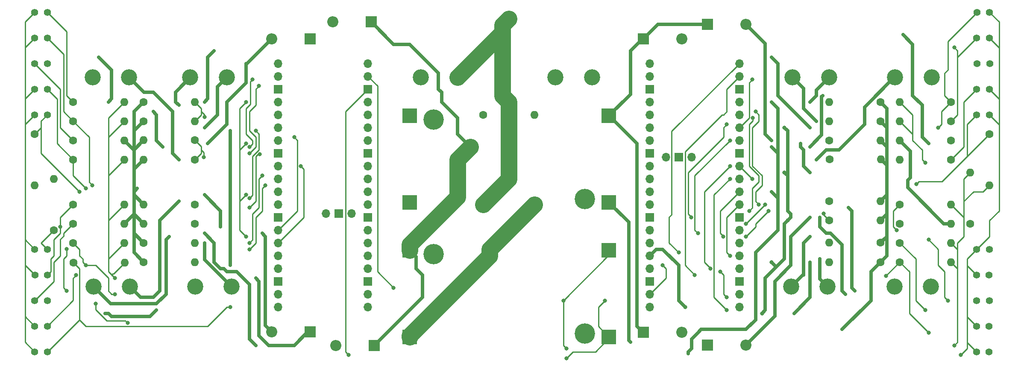
<source format=gbr>
%TF.GenerationSoftware,KiCad,Pcbnew,7.0.10-dirty*%
%TF.CreationDate,2024-02-26T22:58:58+02:00*%
%TF.ProjectId,fake-platka,66616b65-2d70-46c6-9174-6b612e6b6963,rev?*%
%TF.SameCoordinates,Original*%
%TF.FileFunction,Copper,L2,Bot*%
%TF.FilePolarity,Positive*%
%FSLAX46Y46*%
G04 Gerber Fmt 4.6, Leading zero omitted, Abs format (unit mm)*
G04 Created by KiCad (PCBNEW 7.0.10-dirty) date 2024-02-26 22:58:58*
%MOMM*%
%LPD*%
G01*
G04 APERTURE LIST*
%TA.AperFunction,ComponentPad*%
%ADD10R,2.200000X2.200000*%
%TD*%
%TA.AperFunction,ComponentPad*%
%ADD11O,2.200000X2.200000*%
%TD*%
%TA.AperFunction,ComponentPad*%
%ADD12C,1.397000*%
%TD*%
%TA.AperFunction,ComponentPad*%
%ADD13C,1.600000*%
%TD*%
%TA.AperFunction,ComponentPad*%
%ADD14O,1.600000X1.600000*%
%TD*%
%TA.AperFunction,ComponentPad*%
%ADD15C,3.200400*%
%TD*%
%TA.AperFunction,ComponentPad*%
%ADD16O,1.700000X1.700000*%
%TD*%
%TA.AperFunction,ComponentPad*%
%ADD17R,1.700000X1.700000*%
%TD*%
%TA.AperFunction,ComponentPad*%
%ADD18C,4.048000*%
%TD*%
%TA.AperFunction,ComponentPad*%
%ADD19R,3.000000X3.000000*%
%TD*%
%TA.AperFunction,ViaPad*%
%ADD20C,2.540000*%
%TD*%
%TA.AperFunction,ViaPad*%
%ADD21C,0.635000*%
%TD*%
%TA.AperFunction,ViaPad*%
%ADD22C,0.800000*%
%TD*%
%TA.AperFunction,Conductor*%
%ADD23C,3.302000*%
%TD*%
%TA.AperFunction,Conductor*%
%ADD24C,0.635000*%
%TD*%
%TA.AperFunction,Conductor*%
%ADD25C,0.250000*%
%TD*%
G04 APERTURE END LIST*
D10*
%TO.P,D5,1,K*%
%TO.N,/Leg Back Left/12V*%
X191604900Y-74949900D03*
D11*
%TO.P,D5,2,A*%
%TO.N,Net-(D5-Pad2)*%
X199224900Y-74949900D03*
%TD*%
D12*
%TO.P,J12,1,1*%
%TO.N,Net-(R14-Pad1)*%
X58254900Y-129719900D03*
%TO.P,J12,2,2*%
%TO.N,/Leg Back Left/12V*%
X60754900Y-129719900D03*
%TD*%
D13*
%TO.P,R21,1*%
%TO.N,/Leg Front Right/FR_F_EB*%
X247484900Y-96699900D03*
D14*
%TO.P,R21,2*%
%TO.N,/Left Controller /GND3V3*%
X247484900Y-106859900D03*
%TD*%
D15*
%TO.P,J21,1,1*%
%TO.N,Net-(J21-Pad1)*%
X236010000Y-85487899D03*
%TO.P,J21,2,2*%
%TO.N,Net-(J21-Pad2)*%
X228809999Y-85487899D03*
%TD*%
D16*
%TO.P,U3,1,UART0_TX/I2C0_SDA/SPI0_RX/GP0*%
%TO.N,/Left Controller /FL_F_IN1*%
X106514900Y-82729900D03*
%TO.P,U3,2,UART0_RX/I2C0_SCL/GPI0_CSn/GP1*%
%TO.N,/Left Controller /FL_F_IN2*%
X106514900Y-85269900D03*
D17*
%TO.P,U3,3,GND*%
%TO.N,unconnected-(U3-Pad3)*%
X106514900Y-87809900D03*
D16*
%TO.P,U3,4,I2C1_SDA/SPI0_SCK/GP2*%
%TO.N,/Left Controller /FL_K_IN1*%
X106514900Y-90349900D03*
%TO.P,U3,5,I2C1_SCL/SPI0_TX/GP3*%
%TO.N,/Left Controller /FL_K_IN2*%
X106514900Y-92889900D03*
%TO.P,U3,6,UART1_TX/I2C0_SDA/SPI0_RX/GP4*%
%TO.N,/Left Controller /BL_F_IN1*%
X106514900Y-95429900D03*
%TO.P,U3,7,UART1_RX/I2C0_SCL/SPI0_CSn/GP5*%
%TO.N,/Left Controller /BL_F_IN2*%
X106514900Y-97969900D03*
D17*
%TO.P,U3,8,GND*%
%TO.N,unconnected-(U3-Pad8)*%
X106514900Y-100509900D03*
D16*
%TO.P,U3,9,I2C1_SDA/SPI0_SCK/GP6*%
%TO.N,/Left Controller /BL_K_IN1*%
X106514900Y-103049900D03*
%TO.P,U3,10,I2C1_SCL/SPI0_TX/GP7*%
%TO.N,/Left Controller /BL_K_IN2*%
X106514900Y-105589900D03*
%TO.P,U3,11,UART1_TX/I2C0_SDA/SPI1_RX/GP8*%
%TO.N,/Left Controller /FL_F_EA*%
X106514900Y-108129900D03*
%TO.P,U3,12,UART1_RX/I2C0_SCL/SPI1_CSn/GP9*%
%TO.N,/Left Controller /FL_F_EB*%
X106514900Y-110669900D03*
D17*
%TO.P,U3,13,GND*%
%TO.N,unconnected-(U3-Pad13)*%
X106514900Y-113209900D03*
D16*
%TO.P,U3,14,I2C1_SDA/SPI1_SCK/GP10*%
%TO.N,/Left Controller /FL_K_EA*%
X106514900Y-115749900D03*
%TO.P,U3,15,I2C1_SCL/SPI1_TX/GP11*%
%TO.N,/Left Controller /FL_K_EB*%
X106514900Y-118289900D03*
%TO.P,U3,16,UART0_TX/I2C0_SDA/GPI1_RX/GP12*%
%TO.N,/Left Controller /BL_F_EA*%
X106514900Y-120829900D03*
%TO.P,U3,17,UART0_RX/I2C0_SCL/SPI1_CSn/GP13*%
%TO.N,/Left Controller /BL_F_EB*%
X106514900Y-123369900D03*
D17*
%TO.P,U3,18,GND*%
%TO.N,unconnected-(U3-Pad18)*%
X106514900Y-125909900D03*
D16*
%TO.P,U3,19,I2C1_SDA/SPI1_SCK/GP14*%
%TO.N,/Left Controller /BL_K_EA*%
X106514900Y-128449900D03*
%TO.P,U3,20,I2C1_SCL/SPI1_TX/GP15*%
%TO.N,/Left Controller /BL_K_EB*%
X106514900Y-130989900D03*
%TO.P,U3,21,UART0_TX/I2C0_SDA/SPI0_RX/GP16*%
%TO.N,unconnected-(U3-Pad21)*%
X124294900Y-130989900D03*
%TO.P,U3,22,UART0_RX/I2C0_SCL/SPI0_CSn/GP17*%
%TO.N,unconnected-(U3-Pad22)*%
X124294900Y-128449900D03*
D17*
%TO.P,U3,23,GND*%
%TO.N,unconnected-(U3-Pad23)*%
X124294900Y-125909900D03*
D16*
%TO.P,U3,24,I2C1_SDA/SPI0_SCK/GP18*%
%TO.N,unconnected-(U3-Pad24)*%
X124294900Y-123369900D03*
%TO.P,U3,25,I2C1_SCL/SPI0_TX/GP19*%
%TO.N,unconnected-(U3-Pad25)*%
X124294900Y-120829900D03*
%TO.P,U3,26,I2C0_SDA/GP20*%
%TO.N,unconnected-(U3-Pad26)*%
X124294900Y-118289900D03*
%TO.P,U3,27,I2C0_SCL/GP21*%
%TO.N,unconnected-(U3-Pad27)*%
X124294900Y-115749900D03*
D17*
%TO.P,U3,28,GND*%
%TO.N,unconnected-(U3-Pad28)*%
X124294900Y-113209900D03*
D16*
%TO.P,U3,29,GP22*%
%TO.N,unconnected-(U3-Pad29)*%
X124294900Y-110669900D03*
%TO.P,U3,30,RUN*%
%TO.N,unconnected-(U3-Pad30)*%
X124294900Y-108129900D03*
%TO.P,U3,31,I2C1_SDA/ADC0/GP26*%
%TO.N,unconnected-(U3-Pad31)*%
X124294900Y-105589900D03*
%TO.P,U3,32,I2C1_SCL/ADC1/GP27*%
%TO.N,unconnected-(U3-Pad32)*%
X124294900Y-103049900D03*
D17*
%TO.P,U3,33,AGND/GND*%
%TO.N,unconnected-(U3-Pad33)*%
X124294900Y-100509900D03*
D16*
%TO.P,U3,34,ADC2/GP28*%
%TO.N,unconnected-(U3-Pad34)*%
X124294900Y-97969900D03*
%TO.P,U3,35,ADC_VREF*%
%TO.N,unconnected-(U3-Pad35)*%
X124294900Y-95429900D03*
%TO.P,U3,36,3V3(OUT)*%
%TO.N,/Left Controller /3V3_VREF*%
X124294900Y-92889900D03*
%TO.P,U3,37,3V3_EN*%
%TO.N,unconnected-(U3-Pad37)*%
X124294900Y-90349900D03*
D17*
%TO.P,U3,38,GND*%
%TO.N,/Left Controller /GND3V3*%
X124294900Y-87809900D03*
D16*
%TO.P,U3,39,VSYS*%
%TO.N,/Left Controller /3V3*%
X124294900Y-85269900D03*
%TO.P,U3,40,VBUS*%
%TO.N,unconnected-(U3-Pad40)*%
X124294900Y-82729900D03*
%TO.P,U3,41*%
%TO.N,N/C*%
X115989000Y-112459900D03*
D17*
%TO.P,U3,42*%
X118529000Y-112459900D03*
D16*
%TO.P,U3,43*%
X121069000Y-112459900D03*
%TD*%
D12*
%TO.P,J5,1,1*%
%TO.N,Net-(J5-Pad1)*%
X58254900Y-82729900D03*
%TO.P,J5,2,2*%
%TO.N,/Leg Back Left/12V*%
X60754900Y-82729900D03*
%TD*%
D13*
%TO.P,R16,1*%
%TO.N,Net-(R16-Pad1)*%
X90004900Y-114479900D03*
D14*
%TO.P,R16,2*%
%TO.N,/Leg Back Left/12V*%
X79844900Y-114479900D03*
%TD*%
D13*
%TO.P,R27,1*%
%TO.N,Net-(R25-Pad1)*%
X215819900Y-101739900D03*
D14*
%TO.P,R27,2*%
%TO.N,/Leg Back Right/GND12V*%
X225979900Y-101739900D03*
%TD*%
D12*
%TO.P,J19,1,1*%
%TO.N,Net-(R23-Pad1)*%
X247524900Y-82729900D03*
%TO.P,J19,2,2*%
%TO.N,/Leg Back Right/GND12V*%
X245024900Y-82729900D03*
%TD*%
D15*
%TO.P,J7,1,1*%
%TO.N,Net-(J7-Pad1)*%
X76950000Y-85487899D03*
%TO.P,J7,2,2*%
%TO.N,Net-(J7-Pad2)*%
X69749999Y-85487899D03*
%TD*%
D13*
%TO.P,R29,1*%
%TO.N,/Leg Front Right/FR_K_EA*%
X239864900Y-90349900D03*
D14*
%TO.P,R29,2*%
%TO.N,/Left Controller /GND3V3*%
X229704900Y-90349900D03*
%TD*%
D13*
%TO.P,R4,1*%
%TO.N,/Left Controller /FL_F_EA*%
X65874900Y-101779900D03*
D14*
%TO.P,R4,2*%
%TO.N,/Left Controller /GND3V3*%
X76034900Y-101779900D03*
%TD*%
D13*
%TO.P,R7,1*%
%TO.N,Net-(R7-Pad1)*%
X90004900Y-101779900D03*
D14*
%TO.P,R7,2*%
%TO.N,/Leg Back Left/12V*%
X79844900Y-101779900D03*
%TD*%
D13*
%TO.P,R33,1*%
%TO.N,/Leg Back Right/BR_K_EB*%
X229704900Y-118289900D03*
D14*
%TO.P,R33,2*%
%TO.N,/Left Controller /GND3V3*%
X239864900Y-118289900D03*
%TD*%
D13*
%TO.P,R8,1*%
%TO.N,/Leg Back Left/12V*%
X79844900Y-94159900D03*
D14*
%TO.P,R8,2*%
%TO.N,Net-(R10-Pad2)*%
X90004900Y-94159900D03*
%TD*%
D15*
%TO.P,J2,1,1*%
%TO.N,Net-(J1-Pad1)*%
X142030000Y-85487899D03*
%TO.P,J2,2,2*%
%TO.N,Net-(J1-Pad2)*%
X134829999Y-85487899D03*
%TD*%
D13*
%TO.P,R18,1*%
%TO.N,Net-(R16-Pad1)*%
X90004900Y-110669900D03*
D14*
%TO.P,R18,2*%
%TO.N,/Leg Back Left/12V*%
X79844900Y-110669900D03*
%TD*%
D12*
%TO.P,J9,1,1*%
%TO.N,/Left Controller /3V3*%
X58254900Y-72569900D03*
%TO.P,J9,2,2*%
%TO.N,/Left Controller /FL_K_EA*%
X60754900Y-72569900D03*
%TD*%
D10*
%TO.P,D1,1,K*%
%TO.N,/Leg Back Left/12V*%
X112864900Y-77809900D03*
D11*
%TO.P,D1,2,A*%
%TO.N,Net-(D1-Pad2)*%
X105244900Y-77809900D03*
%TD*%
D15*
%TO.P,J22,1,1*%
%TO.N,Net-(J22-Pad1)*%
X215690000Y-85487899D03*
%TO.P,J22,2,2*%
%TO.N,Net-(J22-Pad2)*%
X208489999Y-85487899D03*
%TD*%
D10*
%TO.P,D2,1,K*%
%TO.N,/Leg Back Left/12V*%
X124929900Y-74474900D03*
D11*
%TO.P,D2,2,A*%
%TO.N,Net-(D2-Pad2)*%
X117309900Y-74474900D03*
%TD*%
D12*
%TO.P,J27,1,1*%
%TO.N,/Left Controller /3V3*%
X244904900Y-134799900D03*
%TO.P,J27,2,2*%
%TO.N,/Leg Back Right/BR_K_EB*%
X247404900Y-134799900D03*
%TD*%
D10*
%TO.P,D3,1,K*%
%TO.N,/Leg Back Left/12V*%
X112864900Y-135909900D03*
D11*
%TO.P,D3,2,A*%
%TO.N,Net-(D3-Pad2)*%
X105244900Y-135909900D03*
%TD*%
D12*
%TO.P,J16,1,1*%
%TO.N,/Left Controller /3V3*%
X58254900Y-139879900D03*
%TO.P,J16,2,2*%
%TO.N,/Left Controller /BL_K_EA*%
X60754900Y-139879900D03*
%TD*%
D13*
%TO.P,R38,1*%
%TO.N,/Leg Back Right/BR_K_EA*%
X229704900Y-122099900D03*
D14*
%TO.P,R38,2*%
%TO.N,/Left Controller /GND3V3*%
X239864900Y-122099900D03*
%TD*%
D13*
%TO.P,R13,1*%
%TO.N,/Left Controller /BL_F_EA*%
X65874900Y-110669900D03*
D14*
%TO.P,R13,2*%
%TO.N,/Left Controller /GND3V3*%
X76034900Y-110669900D03*
%TD*%
D16*
%TO.P,U4,1,UART0_TX/I2C0_SDA/SPI0_RX/GP0*%
%TO.N,/Leg Front Right/FR_F_IN1*%
X197954900Y-130989900D03*
%TO.P,U4,2,UART0_RX/I2C0_SCL/GPI0_CSn/GP1*%
%TO.N,/Leg Front Right/FR_F_IN2*%
X197954900Y-128449900D03*
D17*
%TO.P,U4,3,GND*%
%TO.N,unconnected-(U4-Pad3)*%
X197954900Y-125909900D03*
D16*
%TO.P,U4,4,I2C1_SDA/SPI0_SCK/GP2*%
%TO.N,/Leg Front Right/FR_K_IN1*%
X197954900Y-123369900D03*
%TO.P,U4,5,I2C1_SCL/SPI0_TX/GP3*%
%TO.N,/Leg Front Right/FR_K_IN2*%
X197954900Y-120829900D03*
%TO.P,U4,6,UART1_TX/I2C0_SDA/SPI0_RX/GP4*%
%TO.N,/Leg Back Right/BR_F_IN1*%
X197954900Y-118289900D03*
%TO.P,U4,7,UART1_RX/I2C0_SCL/SPI0_CSn/GP5*%
%TO.N,/Leg Back Right/BR_F_IN2*%
X197954900Y-115749900D03*
D17*
%TO.P,U4,8,GND*%
%TO.N,unconnected-(U4-Pad8)*%
X197954900Y-113209900D03*
D16*
%TO.P,U4,9,I2C1_SDA/SPI0_SCK/GP6*%
%TO.N,/Leg Back Right/BR_K_IN1*%
X197954900Y-110669900D03*
%TO.P,U4,10,I2C1_SCL/SPI0_TX/GP7*%
%TO.N,/Leg Back Right/BR_K_IN2*%
X197954900Y-108129900D03*
%TO.P,U4,11,UART1_TX/I2C0_SDA/SPI1_RX/GP8*%
%TO.N,/Leg Front Right/FR_F_EA*%
X197954900Y-105589900D03*
%TO.P,U4,12,UART1_RX/I2C0_SCL/SPI1_CSn/GP9*%
%TO.N,/Leg Front Right/FR_F_EB*%
X197954900Y-103049900D03*
D17*
%TO.P,U4,13,GND*%
%TO.N,unconnected-(U4-Pad13)*%
X197954900Y-100509900D03*
D16*
%TO.P,U4,14,I2C1_SDA/SPI1_SCK/GP10*%
%TO.N,/Leg Front Right/FR_K_EA*%
X197954900Y-97969900D03*
%TO.P,U4,15,I2C1_SCL/SPI1_TX/GP11*%
%TO.N,/Leg Front Right/FR_K_EB*%
X197954900Y-95429900D03*
%TO.P,U4,16,UART0_TX/I2C0_SDA/GPI1_RX/GP12*%
%TO.N,/Leg Back Right/BR_F_EA*%
X197954900Y-92889900D03*
%TO.P,U4,17,UART0_RX/I2C0_SCL/SPI1_CSn/GP13*%
%TO.N,/Leg Back Right/BR_F_EB*%
X197954900Y-90349900D03*
D17*
%TO.P,U4,18,GND*%
%TO.N,unconnected-(U4-Pad18)*%
X197954900Y-87809900D03*
D16*
%TO.P,U4,19,I2C1_SDA/SPI1_SCK/GP14*%
%TO.N,/Leg Back Right/BR_K_EA*%
X197954900Y-85269900D03*
%TO.P,U4,20,I2C1_SCL/SPI1_TX/GP15*%
%TO.N,/Leg Back Right/BR_K_EB*%
X197954900Y-82729900D03*
%TO.P,U4,21,UART0_TX/I2C0_SDA/SPI0_RX/GP16*%
%TO.N,unconnected-(U4-Pad21)*%
X180174900Y-82729900D03*
%TO.P,U4,22,UART0_RX/I2C0_SCL/SPI0_CSn/GP17*%
%TO.N,unconnected-(U4-Pad22)*%
X180174900Y-85269900D03*
D17*
%TO.P,U4,23,GND*%
%TO.N,unconnected-(U4-Pad23)*%
X180174900Y-87809900D03*
D16*
%TO.P,U4,24,I2C1_SDA/SPI0_SCK/GP18*%
%TO.N,unconnected-(U4-Pad24)*%
X180174900Y-90349900D03*
%TO.P,U4,25,I2C1_SCL/SPI0_TX/GP19*%
%TO.N,unconnected-(U4-Pad25)*%
X180174900Y-92889900D03*
%TO.P,U4,26,I2C0_SDA/GP20*%
%TO.N,unconnected-(U4-Pad26)*%
X180174900Y-95429900D03*
%TO.P,U4,27,I2C0_SCL/GP21*%
%TO.N,unconnected-(U4-Pad27)*%
X180174900Y-97969900D03*
D17*
%TO.P,U4,28,GND*%
%TO.N,unconnected-(U4-Pad28)*%
X180174900Y-100509900D03*
D16*
%TO.P,U4,29,GP22*%
%TO.N,unconnected-(U4-Pad29)*%
X180174900Y-103049900D03*
%TO.P,U4,30,RUN*%
%TO.N,unconnected-(U4-Pad30)*%
X180174900Y-105589900D03*
%TO.P,U4,31,I2C1_SDA/ADC0/GP26*%
%TO.N,unconnected-(U4-Pad31)*%
X180174900Y-108129900D03*
%TO.P,U4,32,I2C1_SCL/ADC1/GP27*%
%TO.N,unconnected-(U4-Pad32)*%
X180174900Y-110669900D03*
D17*
%TO.P,U4,33,AGND/GND*%
%TO.N,unconnected-(U4-Pad33)*%
X180174900Y-113209900D03*
D16*
%TO.P,U4,34,ADC2/GP28*%
%TO.N,unconnected-(U4-Pad34)*%
X180174900Y-115749900D03*
%TO.P,U4,35,ADC_VREF*%
%TO.N,unconnected-(U4-Pad35)*%
X180174900Y-118289900D03*
%TO.P,U4,36,3V3(OUT)*%
%TO.N,/Leg Back Right/BR_F_VREF*%
X180174900Y-120829900D03*
%TO.P,U4,37,3V3_EN*%
%TO.N,unconnected-(U4-Pad37)*%
X180174900Y-123369900D03*
D17*
%TO.P,U4,38,GND*%
%TO.N,/Left Controller /GND3V3*%
X180174900Y-125909900D03*
D16*
%TO.P,U4,39,VSYS*%
%TO.N,/Left Controller /3V3*%
X180174900Y-128449900D03*
%TO.P,U4,40,VBUS*%
%TO.N,unconnected-(U4-Pad40)*%
X180174900Y-130989900D03*
%TO.P,U4,41*%
%TO.N,N/C*%
X188480800Y-101259900D03*
D17*
%TO.P,U4,42*%
X185940800Y-101259900D03*
D16*
%TO.P,U4,43*%
X183400800Y-101259900D03*
%TD*%
D10*
%TO.P,D4,1,K*%
%TO.N,/Leg Back Left/12V*%
X125564900Y-138609900D03*
D11*
%TO.P,D4,2,A*%
%TO.N,Net-(D4-Pad2)*%
X117944900Y-138609900D03*
%TD*%
D13*
%TO.P,R12,1*%
%TO.N,/Left Controller /BL_F_EB*%
X62064900Y-115749900D03*
D14*
%TO.P,R12,2*%
%TO.N,/Left Controller /GND3V3*%
X62064900Y-105589900D03*
%TD*%
D13*
%TO.P,R1,1*%
%TO.N,Net-(J1-Pad2)*%
X147154900Y-92889900D03*
D14*
%TO.P,R1,2*%
%TO.N,/Leg Back Left/12V*%
X157314900Y-92889900D03*
%TD*%
D18*
%TO.P,U2,*%
%TO.N,*%
X137343900Y-120480900D03*
X167315900Y-136228900D03*
D19*
%TO.P,U2,1,IN+*%
%TO.N,/Leg Back Left/12V*%
X132581400Y-119782400D03*
%TO.P,U2,2,IN-*%
%TO.N,/Leg Back Right/GND12V*%
X132581400Y-136927400D03*
%TO.P,U2,3,OUT+*%
%TO.N,/Left Controller /3V3*%
X172078400Y-119782400D03*
%TO.P,U2,4,OUT-*%
%TO.N,/Left Controller /GND3V3*%
X172078400Y-136927400D03*
%TD*%
D13*
%TO.P,R10,1*%
%TO.N,/Leg Back Left/12V*%
X79844900Y-90349900D03*
D14*
%TO.P,R10,2*%
%TO.N,Net-(R10-Pad2)*%
X90004900Y-90349900D03*
%TD*%
D13*
%TO.P,R22,1*%
%TO.N,/Leg Front Right/FR_F_EA*%
X239864900Y-101779900D03*
D14*
%TO.P,R22,2*%
%TO.N,/Left Controller /GND3V3*%
X229704900Y-101779900D03*
%TD*%
D13*
%TO.P,R34,1*%
%TO.N,Net-(R34-Pad1)*%
X215734900Y-110034900D03*
D14*
%TO.P,R34,2*%
%TO.N,/Leg Back Right/GND12V*%
X225894900Y-110034900D03*
%TD*%
D12*
%TO.P,J10,1,1*%
%TO.N,/Left Controller /3V3*%
X58254900Y-119549900D03*
%TO.P,J10,2,2*%
%TO.N,/Left Controller /BL_F_EB*%
X60754900Y-119549900D03*
%TD*%
D13*
%TO.P,R6,1*%
%TO.N,/Left Controller /FL_K_EB*%
X65874900Y-94159900D03*
D14*
%TO.P,R6,2*%
%TO.N,/Left Controller /GND3V3*%
X76034900Y-94159900D03*
%TD*%
D13*
%TO.P,R24,1*%
%TO.N,/Leg Front Right/FR_K_EB*%
X239864900Y-94159900D03*
D14*
%TO.P,R24,2*%
%TO.N,/Left Controller /GND3V3*%
X229704900Y-94159900D03*
%TD*%
D13*
%TO.P,R17,1*%
%TO.N,/Leg Back Left/12V*%
X79844900Y-118289900D03*
D14*
%TO.P,R17,2*%
%TO.N,Net-(R17-Pad2)*%
X90004900Y-118289900D03*
%TD*%
D13*
%TO.P,R31,1*%
%TO.N,/Leg Back Right/BR_F_EA*%
X229704900Y-110669900D03*
D14*
%TO.P,R31,2*%
%TO.N,/Left Controller /GND3V3*%
X239864900Y-110669900D03*
%TD*%
D12*
%TO.P,J25,1,1*%
%TO.N,/Left Controller /3V3*%
X244904900Y-124639900D03*
%TO.P,J25,2,2*%
%TO.N,/Leg Back Right/BR_F_EA*%
X247404900Y-124639900D03*
%TD*%
D13*
%TO.P,R25,1*%
%TO.N,Net-(R25-Pad1)*%
X215734900Y-97969900D03*
D14*
%TO.P,R25,2*%
%TO.N,/Leg Back Right/GND12V*%
X225894900Y-97969900D03*
%TD*%
D13*
%TO.P,R20,1*%
%TO.N,/Left Controller /BL_K_EA*%
X65919800Y-122175901D03*
D14*
%TO.P,R20,2*%
%TO.N,/Left Controller /GND3V3*%
X76079800Y-122175901D03*
%TD*%
D13*
%TO.P,R26,1*%
%TO.N,/Leg Back Right/GND12V*%
X225894900Y-94159900D03*
D14*
%TO.P,R26,2*%
%TO.N,Net-(R26-Pad2)*%
X215734900Y-94159900D03*
%TD*%
D13*
%TO.P,R14,1*%
%TO.N,Net-(R14-Pad1)*%
X65874900Y-114479900D03*
D14*
%TO.P,R14,2*%
%TO.N,/Leg Back Left/12V*%
X76034900Y-114479900D03*
%TD*%
D15*
%TO.P,J8,1,1*%
%TO.N,Net-(J8-Pad1)*%
X96310000Y-85487899D03*
%TO.P,J8,2,2*%
%TO.N,Net-(J8-Pad2)*%
X89109999Y-85487899D03*
%TD*%
D10*
%TO.P,D6,1,K*%
%TO.N,/Leg Back Left/12V*%
X178904900Y-77809900D03*
D11*
%TO.P,D6,2,A*%
%TO.N,Net-(D6-Pad2)*%
X186524900Y-77809900D03*
%TD*%
D13*
%TO.P,R19,1*%
%TO.N,/Leg Back Left/12V*%
X79844900Y-122099900D03*
D14*
%TO.P,R19,2*%
%TO.N,Net-(R17-Pad2)*%
X90004900Y-122099900D03*
%TD*%
D12*
%TO.P,J23,1,1*%
%TO.N,/Left Controller /3V3*%
X247484900Y-72569900D03*
%TO.P,J23,2,2*%
%TO.N,/Leg Front Right/FR_K_EA*%
X244984900Y-72569900D03*
%TD*%
%TO.P,J6,1,1*%
%TO.N,/Left Controller /3V3*%
X58254900Y-77649900D03*
%TO.P,J6,2,2*%
%TO.N,/Left Controller /FL_K_EB*%
X60754900Y-77649900D03*
%TD*%
D13*
%TO.P,R35,1*%
%TO.N,/Leg Back Right/GND12V*%
X225894900Y-122099900D03*
D14*
%TO.P,R35,2*%
%TO.N,Net-(R35-Pad2)*%
X215734900Y-122099900D03*
%TD*%
D12*
%TO.P,J3,1,1*%
%TO.N,/Left Controller /3V3*%
X58254900Y-92889900D03*
%TO.P,J3,2,2*%
%TO.N,/Left Controller /FL_F_EB*%
X60754900Y-92889900D03*
%TD*%
D13*
%TO.P,R2,1*%
%TO.N,Net-(J1-Pad1)*%
X147154900Y-110669900D03*
D14*
%TO.P,R2,2*%
%TO.N,/Leg Back Right/GND12V*%
X157314900Y-110669900D03*
%TD*%
D13*
%TO.P,R11,1*%
%TO.N,/Left Controller /FL_K_EA*%
X65874900Y-90349900D03*
D14*
%TO.P,R11,2*%
%TO.N,/Left Controller /GND3V3*%
X76034900Y-90349900D03*
%TD*%
D15*
%TO.P,J29,1,1*%
%TO.N,Net-(J29-Pad1)*%
X208159800Y-126961901D03*
%TO.P,J29,2,2*%
%TO.N,Net-(J29-Pad2)*%
X215359801Y-126961901D03*
%TD*%
D12*
%TO.P,J17,1,1*%
%TO.N,/Left Controller /3V3*%
X247444900Y-92889900D03*
%TO.P,J17,2,2*%
%TO.N,/Leg Front Right/FR_F_EB*%
X244944900Y-92889900D03*
%TD*%
%TO.P,J20,1,1*%
%TO.N,/Left Controller /3V3*%
X247444900Y-77649900D03*
%TO.P,J20,2,2*%
%TO.N,/Leg Front Right/FR_K_EB*%
X244944900Y-77649900D03*
%TD*%
D18*
%TO.P,U1,*%
%TO.N,*%
X137343900Y-93810900D03*
X167315900Y-109558900D03*
D19*
%TO.P,U1,1,IN+*%
%TO.N,Net-(J1-Pad2)*%
X132581400Y-93112400D03*
%TO.P,U1,2,IN-*%
%TO.N,Net-(J1-Pad1)*%
X132581400Y-110257400D03*
%TO.P,U1,3,OUT+*%
%TO.N,/Leg Back Left/12V*%
X172078400Y-93112400D03*
%TO.P,U1,4,OUT-*%
%TO.N,/Leg Back Right/GND12V*%
X172078400Y-110257400D03*
%TD*%
D15*
%TO.P,J14,1,1*%
%TO.N,Net-(J14-Pad1)*%
X69894900Y-126961901D03*
%TO.P,J14,2,2*%
%TO.N,Net-(J14-Pad2)*%
X77094901Y-126961901D03*
%TD*%
D12*
%TO.P,J11,1,1*%
%TO.N,/Left Controller /3V3*%
X58294900Y-124639900D03*
%TO.P,J11,2,2*%
%TO.N,/Left Controller /BL_F_EA*%
X60794900Y-124639900D03*
%TD*%
D13*
%TO.P,R37,1*%
%TO.N,/Leg Back Right/GND12V*%
X225894900Y-118269900D03*
D14*
%TO.P,R37,2*%
%TO.N,Net-(R35-Pad2)*%
X215734900Y-118269900D03*
%TD*%
D13*
%TO.P,R30,1*%
%TO.N,/Leg Back Right/BR_F_EB*%
X243674900Y-114479900D03*
D14*
%TO.P,R30,2*%
%TO.N,/Left Controller /GND3V3*%
X243674900Y-104319900D03*
%TD*%
D13*
%TO.P,R23,1*%
%TO.N,Net-(R23-Pad1)*%
X239864900Y-97969900D03*
D14*
%TO.P,R23,2*%
%TO.N,/Leg Back Left/12V*%
X229704900Y-97969900D03*
%TD*%
D13*
%TO.P,R15,1*%
%TO.N,/Left Controller /BL_K_EB*%
X65874900Y-118289900D03*
D14*
%TO.P,R15,2*%
%TO.N,/Left Controller /GND3V3*%
X76034900Y-118289900D03*
%TD*%
D12*
%TO.P,J4,1,1*%
%TO.N,/Left Controller /3V3*%
X58254900Y-87809900D03*
%TO.P,J4,2,2*%
%TO.N,/Left Controller /FL_F_EA*%
X60754900Y-87809900D03*
%TD*%
D10*
%TO.P,D7,1,K*%
%TO.N,/Leg Back Left/12V*%
X191604900Y-138529900D03*
D11*
%TO.P,D7,2,A*%
%TO.N,Net-(D7-Pad2)*%
X199224900Y-138529900D03*
%TD*%
D15*
%TO.P,J15,1,1*%
%TO.N,Net-(J15-Pad1)*%
X90049800Y-126961901D03*
%TO.P,J15,2,2*%
%TO.N,Net-(J15-Pad2)*%
X97249801Y-126961901D03*
%TD*%
D10*
%TO.P,D8,1,K*%
%TO.N,/Leg Back Left/12V*%
X178904900Y-135989900D03*
D11*
%TO.P,D8,2,A*%
%TO.N,Net-(D8-Pad2)*%
X186524900Y-135989900D03*
%TD*%
D13*
%TO.P,R9,1*%
%TO.N,Net-(R7-Pad1)*%
X90004900Y-97949900D03*
D14*
%TO.P,R9,2*%
%TO.N,/Leg Back Left/12V*%
X79844900Y-97949900D03*
%TD*%
D12*
%TO.P,J30,1,1*%
%TO.N,/Left Controller /3V3*%
X244904900Y-139879900D03*
%TO.P,J30,2,2*%
%TO.N,/Leg Back Right/BR_K_EA*%
X247404900Y-139879900D03*
%TD*%
%TO.P,J18,1,1*%
%TO.N,/Left Controller /3V3*%
X247444900Y-87809900D03*
%TO.P,J18,2,2*%
%TO.N,/Leg Front Right/FR_F_EA*%
X244944900Y-87809900D03*
%TD*%
%TO.P,J13,1,1*%
%TO.N,/Left Controller /3V3*%
X58254900Y-134799900D03*
%TO.P,J13,2,2*%
%TO.N,/Left Controller /BL_K_EB*%
X60754900Y-134799900D03*
%TD*%
D15*
%TO.P,J1,1,1*%
%TO.N,Net-(J1-Pad1)*%
X168700000Y-85487899D03*
%TO.P,J1,2,2*%
%TO.N,Net-(J1-Pad2)*%
X161499999Y-85487899D03*
%TD*%
D13*
%TO.P,R36,1*%
%TO.N,Net-(R34-Pad1)*%
X215734900Y-113864900D03*
D14*
%TO.P,R36,2*%
%TO.N,/Leg Back Right/GND12V*%
X225894900Y-113864900D03*
%TD*%
D13*
%TO.P,R5,1*%
%TO.N,Net-(J5-Pad1)*%
X65874900Y-97969900D03*
D14*
%TO.P,R5,2*%
%TO.N,/Leg Back Left/12V*%
X76034900Y-97969900D03*
%TD*%
D13*
%TO.P,R3,1*%
%TO.N,/Left Controller /FL_F_EB*%
X58234900Y-96699900D03*
D14*
%TO.P,R3,2*%
%TO.N,/Left Controller /GND3V3*%
X58234900Y-106859900D03*
%TD*%
D13*
%TO.P,R32,1*%
%TO.N,Net-(J26-Pad1)*%
X229704900Y-114479900D03*
D14*
%TO.P,R32,2*%
%TO.N,/Leg Back Left/12V*%
X239864900Y-114479900D03*
%TD*%
D13*
%TO.P,R28,1*%
%TO.N,/Leg Back Right/GND12V*%
X225894900Y-90349900D03*
D14*
%TO.P,R28,2*%
%TO.N,Net-(R26-Pad2)*%
X215734900Y-90349900D03*
%TD*%
D12*
%TO.P,J26,1,1*%
%TO.N,Net-(J26-Pad1)*%
X244944900Y-129719900D03*
%TO.P,J26,2,2*%
%TO.N,/Leg Back Right/GND12V*%
X247444900Y-129719900D03*
%TD*%
%TO.P,J24,1,1*%
%TO.N,/Left Controller /3V3*%
X244944900Y-119559900D03*
%TO.P,J24,2,2*%
%TO.N,/Leg Back Right/BR_F_EB*%
X247444900Y-119559900D03*
%TD*%
D15*
%TO.P,J28,1,1*%
%TO.N,Net-(J28-Pad1)*%
X228644900Y-126961901D03*
%TO.P,J28,2,2*%
%TO.N,Net-(J28-Pad2)*%
X235844901Y-126961901D03*
%TD*%
D20*
%TO.N,Net-(J1-Pad1)*%
X152234900Y-73839900D03*
D21*
%TO.N,/Leg Back Left/12V*%
X78574900Y-107494900D03*
D20*
X144614900Y-99239900D03*
D21*
X72859900Y-90349900D03*
X96989900Y-114479900D03*
X72224900Y-132259900D03*
X96989900Y-96064900D03*
X230339900Y-77014900D03*
X96989900Y-122734900D03*
X102069900Y-125274900D03*
X96989900Y-104319900D03*
X70954900Y-81459900D03*
X96989900Y-106859900D03*
X77939900Y-92254900D03*
X82384900Y-131624900D03*
X235419900Y-98604900D03*
%TO.N,/Leg Back Right/GND12V*%
X187794900Y-140244400D03*
X176364900Y-137974900D03*
X218274900Y-135434900D03*
X199224900Y-135434900D03*
X204304900Y-90349900D03*
X204304900Y-117019900D03*
X204304900Y-108129900D03*
X204304900Y-99239900D03*
D22*
%TO.N,/Left Controller /3V3*%
X129374900Y-127179900D03*
X163664900Y-139244900D03*
X241769900Y-140514900D03*
X163029900Y-129719900D03*
X182714900Y-122734900D03*
%TO.N,/Left Controller /GND3V3*%
X120484900Y-140514900D03*
X163664900Y-141149900D03*
X171284900Y-129719900D03*
X234784900Y-102414900D03*
X74129900Y-125274900D03*
X240499900Y-138609900D03*
%TO.N,/Left Controller /FL_F_IN1*%
X100836300Y-99276300D03*
X101434900Y-85904900D03*
%TO.N,/Left Controller /FL_F_IN2*%
X100799900Y-100509900D03*
X102704900Y-87174900D03*
%TO.N,/Leg Back Right/BR_F_IN1*%
X203669900Y-111939900D03*
X199224900Y-117019900D03*
%TO.N,/Leg Back Right/BR_F_IN2*%
X203034900Y-110669900D03*
X199224900Y-114479900D03*
%TO.N,/Leg Back Right/BR_K_IN1*%
X196049900Y-120829900D03*
%TO.N,/Leg Back Right/BR_K_IN2*%
X194740400Y-117019900D03*
%TO.N,/Left Controller /BL_F_IN1*%
X100836300Y-109436300D03*
X102069900Y-96064900D03*
%TO.N,/Left Controller /BL_F_IN2*%
X102844594Y-100689094D03*
X100799900Y-111304900D03*
%TO.N,/Leg Back Right/BR_F_EA*%
X199859900Y-111939900D03*
X229069900Y-115749900D03*
X200534400Y-93483024D03*
%TO.N,/Leg Back Right/BR_F_EB*%
X201129900Y-92254900D03*
X201764900Y-110669900D03*
%TO.N,/Leg Back Right/BR_K_EA*%
X189064900Y-124639900D03*
X227016017Y-124793625D03*
X235419900Y-136069900D03*
%TO.N,/Leg Back Right/BR_K_EB*%
X234784900Y-131624900D03*
X185889900Y-120194900D03*
%TO.N,/Leg Back Right/BR_F_VREF*%
X207479900Y-113805400D03*
X187159900Y-130989900D03*
X206844900Y-95429900D03*
X206844900Y-104319900D03*
X202399900Y-132259900D03*
X204304900Y-122099900D03*
D21*
%TO.N,Net-(D5-Pad2)*%
X210019900Y-98604900D03*
X211924900Y-104319900D03*
X204304900Y-97969900D03*
D22*
%TO.N,/Left Controller /BL_K_IN1*%
X103339900Y-104954900D03*
X100799900Y-118289900D03*
%TO.N,/Left Controller /BL_K_IN2*%
X100799900Y-119559900D03*
X103974900Y-106859900D03*
%TO.N,/Left Controller /FL_F_EA*%
X68414900Y-107494900D03*
D21*
%TO.N,Net-(D4-Pad2)*%
X102069900Y-138609900D03*
X91909900Y-116384900D03*
%TO.N,Net-(J8-Pad2)*%
X86829900Y-90984900D03*
D22*
%TO.N,/Left Controller /FL_F_EB*%
X67144900Y-108129900D03*
D21*
%TO.N,Net-(J8-Pad1)*%
X91909900Y-95429900D03*
D22*
%TO.N,/Left Controller /FL_K_EA*%
X109689900Y-97334900D03*
%TO.N,/Left Controller /FL_K_EB*%
X69684900Y-106859900D03*
X110999400Y-103049900D03*
%TO.N,/Left Controller /BL_F_EA*%
X63334900Y-115114900D03*
X76669900Y-134125400D03*
X64604900Y-127814900D03*
X64604900Y-119520400D03*
X70319900Y-130354900D03*
%TO.N,/Left Controller /BL_K_EA*%
X96989900Y-130989900D03*
%TO.N,/Left Controller /BL_K_EB*%
X74169400Y-128449900D03*
X68414900Y-122734900D03*
X66470400Y-124639900D03*
%TO.N,/Left Controller /3V3_VREF*%
X100164900Y-117019900D03*
X100164900Y-108764900D03*
X100164900Y-98604900D03*
X100164900Y-90349900D03*
%TO.N,/Leg Front Right/FR_F_IN1*%
X195414900Y-131624900D03*
X196049900Y-105589900D03*
%TO.N,/Leg Front Right/FR_F_IN2*%
X195414900Y-129084900D03*
X194144900Y-124004900D03*
X192200400Y-123369900D03*
X196049900Y-103049900D03*
%TO.N,/Leg Front Right/FR_K_IN1*%
X189699900Y-116384900D03*
X196049900Y-97969900D03*
%TO.N,/Leg Front Right/FR_K_IN2*%
X195414900Y-94794900D03*
X188390400Y-113209900D03*
%TO.N,/Leg Front Right/FR_F_EB*%
X233006900Y-106605900D03*
X200494900Y-105589900D03*
%TO.N,/Leg Front Right/FR_K_EA*%
X237324900Y-95429900D03*
%TO.N,/Leg Front Right/FR_K_EB*%
X200494900Y-85904900D03*
X240499900Y-79554900D03*
D21*
%TO.N,Net-(D6-Pad2)*%
X211924900Y-95429900D03*
X204304900Y-81459900D03*
%TO.N,Net-(J22-Pad2)*%
X213194900Y-94159900D03*
%TO.N,Net-(J22-Pad1)*%
X211924900Y-90349900D03*
%TO.N,Net-(D1-Pad2)*%
X92544900Y-98604900D03*
%TO.N,Net-(J7-Pad2)*%
X83654900Y-99239900D03*
X81749900Y-92254900D03*
D22*
%TO.N,Net-(R7-Pad1)*%
X91768496Y-101286304D03*
D21*
%TO.N,Net-(J7-Pad1)*%
X86829900Y-101779900D03*
%TO.N,Net-(D2-Pad2)*%
X91909900Y-90349900D03*
X93814900Y-80189900D03*
D22*
%TO.N,Net-(R10-Pad2)*%
X91909900Y-93352900D03*
D21*
%TO.N,Net-(D3-Pad2)*%
X91909900Y-108764900D03*
X95084900Y-115114900D03*
X103339900Y-116384900D03*
%TO.N,Net-(J14-Pad2)*%
X86829900Y-110034900D03*
%TO.N,Net-(J14-Pad1)*%
X84924900Y-117019900D03*
%TO.N,Net-(J15-Pad2)*%
X91909900Y-118289900D03*
%TO.N,Net-(J21-Pad2)*%
X213194900Y-101779900D03*
%TO.N,Net-(J21-Pad1)*%
X214464900Y-89079900D03*
X211924900Y-99239900D03*
%TO.N,Net-(D7-Pad2)*%
X211924900Y-113209900D03*
%TO.N,Net-(J28-Pad2)*%
X218909900Y-128449900D03*
X213829900Y-113209900D03*
D22*
%TO.N,Net-(R34-Pad1)*%
X214606304Y-112433496D03*
D21*
%TO.N,Net-(J28-Pad1)*%
X219544900Y-111304900D03*
X220814900Y-127814900D03*
%TO.N,Net-(D8-Pad2)*%
X211924900Y-122099900D03*
X208749900Y-132259900D03*
%TO.N,Net-(J29-Pad2)*%
X213829900Y-121464900D03*
%TO.N,Net-(J29-Pad1)*%
X211924900Y-117019900D03*
D22*
%TO.N,Net-(J26-Pad1)*%
X239229900Y-129719900D03*
X235419900Y-117654900D03*
%TD*%
D23*
%TO.N,Net-(J1-Pad1)*%
X150964900Y-89079900D02*
X152234900Y-90349900D01*
X150964900Y-75109900D02*
X150964900Y-89079900D01*
X152234900Y-73839900D02*
X150964900Y-75109900D01*
X152234900Y-90349900D02*
X152234900Y-105589900D01*
X152234900Y-105589900D02*
X147154900Y-110669900D01*
X142030000Y-85487899D02*
X150964900Y-76552999D01*
X150964900Y-76552999D02*
X150964900Y-75109900D01*
D24*
%TO.N,/Leg Back Left/12V*%
X109689900Y-138609900D02*
X112389900Y-135909900D01*
X102704900Y-136704900D02*
X104609900Y-138609900D01*
X178744900Y-77809900D02*
X176364900Y-80189900D01*
X231289400Y-105894488D02*
X231289400Y-107317312D01*
X142074900Y-96699900D02*
X144614900Y-99239900D01*
X77919900Y-99854900D02*
X77939900Y-99854900D01*
X73494900Y-132894900D02*
X81114900Y-132894900D01*
X125564900Y-138609900D02*
X135089900Y-129084900D01*
X129374900Y-78919900D02*
X132549900Y-78919900D01*
X138899900Y-90349900D02*
X142074900Y-93524900D01*
X234149900Y-90984900D02*
X232244900Y-89079900D01*
X102069900Y-125274900D02*
X102704900Y-125909900D01*
X72224900Y-132259900D02*
X72859900Y-132259900D01*
X79844900Y-97949900D02*
X77939900Y-99854900D01*
X77939900Y-116384900D02*
X77939900Y-120194900D01*
X72859900Y-132259900D02*
X73494900Y-132894900D01*
X176364900Y-88825900D02*
X172078400Y-93112400D01*
X77939900Y-112574900D02*
X77939900Y-111939900D01*
X79844900Y-101779900D02*
X77939900Y-103684900D01*
X138264900Y-87809900D02*
X138899900Y-88444900D01*
D23*
X142074900Y-101779900D02*
X144614900Y-99239900D01*
D24*
X138899900Y-88444900D02*
X138899900Y-90349900D01*
X229704900Y-97969900D02*
X231822400Y-100087400D01*
X138264900Y-84634900D02*
X138264900Y-87809900D01*
X231289400Y-107317312D02*
X238451988Y-114479900D01*
X77939900Y-111939900D02*
X77939900Y-116384900D01*
X77939900Y-100509900D02*
X77939900Y-103684900D01*
X231822400Y-100087400D02*
X231822400Y-105361488D01*
X172142400Y-93112400D02*
X172078400Y-93112400D01*
X79844900Y-90349900D02*
X77939900Y-92254900D01*
X77939900Y-108764900D02*
X77939900Y-108129900D01*
X177634900Y-98604900D02*
X172142400Y-93112400D01*
X77939900Y-103684900D02*
X77939900Y-108129900D01*
X77939900Y-92254900D02*
X77939900Y-96064900D01*
X178904900Y-77809900D02*
X178744900Y-77809900D01*
X232244900Y-78919900D02*
X230339900Y-77014900D01*
X73494900Y-89714900D02*
X72859900Y-90349900D01*
X104609900Y-138609900D02*
X109689900Y-138609900D01*
X77939900Y-120194900D02*
X79844900Y-122099900D01*
X79844900Y-110669900D02*
X77939900Y-108764900D01*
X178824900Y-135989900D02*
X177634900Y-134799900D01*
X135089900Y-124639900D02*
X133819900Y-123369900D01*
X102704900Y-125909900D02*
X102704900Y-136704900D01*
X142074900Y-93524900D02*
X142074900Y-96699900D01*
X181764900Y-74949900D02*
X178904900Y-77809900D01*
D23*
X142074900Y-109138451D02*
X142074900Y-101779900D01*
D24*
X73494900Y-83999900D02*
X73494900Y-89714900D01*
X77939900Y-99854900D02*
X77939900Y-100509900D01*
X234149900Y-97334900D02*
X234149900Y-90984900D01*
X133819900Y-123369900D02*
X133819900Y-121020900D01*
X96989900Y-96064900D02*
X96989900Y-122734900D01*
X191604900Y-74949900D02*
X181764900Y-74949900D01*
X238451988Y-114479900D02*
X239864900Y-114479900D01*
X235419900Y-98604900D02*
X234149900Y-97334900D01*
X77939900Y-96064900D02*
X77939900Y-100509900D01*
X132549900Y-78919900D02*
X138264900Y-84634900D01*
X231822400Y-105361488D02*
X231289400Y-105894488D01*
X77939900Y-108129900D02*
X78574900Y-107494900D01*
X79844900Y-118289900D02*
X77939900Y-116384900D01*
X178904900Y-135989900D02*
X178824900Y-135989900D01*
X232244900Y-89079900D02*
X232244900Y-78919900D01*
X79844900Y-94159900D02*
X77939900Y-96064900D01*
X81114900Y-132894900D02*
X82384900Y-131624900D01*
X76034900Y-114479900D02*
X77939900Y-112574900D01*
X70954900Y-81459900D02*
X73494900Y-83999900D01*
X77939900Y-108129900D02*
X77939900Y-111939900D01*
D23*
X132581400Y-119782400D02*
X132581400Y-118631951D01*
X132581400Y-118631951D02*
X142074900Y-109138451D01*
D24*
X135089900Y-129084900D02*
X135089900Y-124639900D01*
X133819900Y-121020900D02*
X132581400Y-119782400D01*
X112389900Y-135909900D02*
X112864900Y-135909900D01*
X176364900Y-80189900D02*
X176364900Y-88825900D01*
X177634900Y-134799900D02*
X177634900Y-98604900D01*
X124929900Y-74474900D02*
X129374900Y-78919900D01*
X79844900Y-114479900D02*
X77939900Y-112574900D01*
X76034900Y-97969900D02*
X77919900Y-99854900D01*
%TO.N,/Leg Back Right/GND12V*%
X227164900Y-111939900D02*
X227164900Y-108764900D01*
X176364900Y-137974900D02*
X175999900Y-137609900D01*
D23*
X148424900Y-120829900D02*
X148424900Y-119559900D01*
X148424900Y-119559900D02*
X157314900Y-110669900D01*
D24*
X201129900Y-120194900D02*
X204304900Y-117019900D01*
X225894900Y-94159900D02*
X227164900Y-95429900D01*
X175999900Y-137609900D02*
X175999900Y-114178900D01*
X199224900Y-135434900D02*
X190334900Y-135434900D01*
X199224900Y-135434900D02*
X201129900Y-133529900D01*
X205574900Y-115749900D02*
X204304900Y-117019900D01*
X225894900Y-118269900D02*
X227144900Y-117019900D01*
X225979900Y-101739900D02*
X227164900Y-102924900D01*
X188429900Y-139244900D02*
X187794900Y-139879900D01*
D23*
X132581400Y-136927400D02*
X132581400Y-136673400D01*
D24*
X225894900Y-97969900D02*
X227164900Y-99239900D01*
X175999900Y-114178900D02*
X172078400Y-110257400D01*
X227164900Y-102924900D02*
X227164900Y-108764900D01*
X227164900Y-102924900D02*
X227164900Y-99239900D01*
X201129900Y-133529900D02*
X201129900Y-120194900D01*
X223989900Y-129719900D02*
X218274900Y-135434900D01*
X225894900Y-110034900D02*
X227164900Y-108764900D01*
X190334900Y-135434900D02*
X189699900Y-136069900D01*
X227144900Y-120809900D02*
X227164900Y-120829900D01*
X227164900Y-117019900D02*
X227164900Y-111939900D01*
X205574900Y-100509900D02*
X205574900Y-91619900D01*
X225894900Y-113864900D02*
X227164900Y-112594900D01*
X227164900Y-99239900D02*
X227164900Y-95429900D01*
X227164900Y-102924900D02*
X227164900Y-103049900D01*
X205574900Y-91619900D02*
X204304900Y-90349900D01*
X225894900Y-122099900D02*
X223989900Y-124004900D01*
X225894900Y-90349900D02*
X227164900Y-91619900D01*
X227144900Y-117019900D02*
X227144900Y-120809900D01*
X187794900Y-139879900D02*
X187794900Y-140244400D01*
X227164900Y-112594900D02*
X227164900Y-111939900D01*
X205574900Y-100509900D02*
X205574900Y-109399900D01*
X188429900Y-137339900D02*
X188429900Y-139244900D01*
X227144900Y-117019900D02*
X227164900Y-117019900D01*
D23*
X132581400Y-136673400D02*
X148424900Y-120829900D01*
D24*
X205574900Y-109399900D02*
X205574900Y-115749900D01*
X227164900Y-95429900D02*
X227164900Y-91619900D01*
X227164900Y-120829900D02*
X225894900Y-122099900D01*
X205574900Y-109399900D02*
X204304900Y-108129900D01*
X205574900Y-100509900D02*
X204304900Y-99239900D01*
X223989900Y-124004900D02*
X223989900Y-129719900D01*
X189699900Y-136069900D02*
X188429900Y-137339900D01*
D25*
%TO.N,/Left Controller /3V3*%
X183349900Y-125274900D02*
X180174900Y-128449900D01*
X247484900Y-117019900D02*
X247484900Y-113844900D01*
X126199900Y-124004900D02*
X129374900Y-127179900D01*
X56349900Y-79554900D02*
X56349900Y-90349900D01*
X126199900Y-87174900D02*
X126199900Y-124004900D01*
X56349900Y-132894900D02*
X56349900Y-132259900D01*
X243039900Y-122774900D02*
X243039900Y-122734900D01*
X243039900Y-132894900D02*
X243039900Y-137339900D01*
X172078400Y-119782400D02*
X172078400Y-120671400D01*
X244944900Y-119559900D02*
X247484900Y-117019900D01*
X244904900Y-124639900D02*
X243039900Y-122774900D01*
X243039900Y-121464900D02*
X243039900Y-122734900D01*
X249389900Y-94834900D02*
X247444900Y-92889900D01*
X56349900Y-118289900D02*
X56349900Y-117654900D01*
X243039900Y-138014900D02*
X244904900Y-139879900D01*
X244944900Y-119559900D02*
X243039900Y-121464900D01*
X172078400Y-120671400D02*
X163029900Y-129719900D01*
X163029900Y-129719900D02*
X163029900Y-138609900D01*
X58254900Y-87809900D02*
X56349900Y-89714900D01*
X243039900Y-137339900D02*
X243039900Y-138014900D01*
X56349900Y-132259900D02*
X56349900Y-122099900D01*
X124294900Y-85269900D02*
X126199900Y-87174900D01*
X247484900Y-113844900D02*
X249389900Y-111939900D01*
X58254900Y-139879900D02*
X56349900Y-137974900D01*
X58254900Y-72569900D02*
X56349900Y-74474900D01*
X56349900Y-90349900D02*
X56349900Y-94159900D01*
X56349900Y-94794900D02*
X58254900Y-92889900D01*
X58294900Y-124639900D02*
X56349900Y-122694900D01*
X56349900Y-94159900D02*
X56349900Y-94794900D01*
X249389900Y-74474900D02*
X249389900Y-94834900D01*
X243039900Y-122734900D02*
X243039900Y-132894900D01*
X241769900Y-140514900D02*
X243039900Y-139244900D01*
X243039900Y-132934900D02*
X243039900Y-132894900D01*
X249389900Y-111939900D02*
X249389900Y-94834900D01*
X249349900Y-89714900D02*
X249389900Y-89714900D01*
X244904900Y-134799900D02*
X243039900Y-132934900D01*
X56349900Y-89714900D02*
X56349900Y-90349900D01*
X249389900Y-89714900D02*
X249389900Y-79594900D01*
X56349900Y-122694900D02*
X56349900Y-122099900D01*
X249389900Y-79594900D02*
X247444900Y-77649900D01*
X56349900Y-94159900D02*
X56349900Y-118289900D01*
X247444900Y-87809900D02*
X249349900Y-89714900D01*
X247484900Y-72569900D02*
X249389900Y-74474900D01*
X56349900Y-137974900D02*
X56349900Y-132259900D01*
X56349900Y-74474900D02*
X56349900Y-79554900D01*
X58254900Y-77649900D02*
X56349900Y-79554900D01*
X56349900Y-117654900D02*
X56359900Y-117654900D01*
X243039900Y-139244900D02*
X243039900Y-137339900D01*
X56359900Y-117654900D02*
X58254900Y-119549900D01*
X183349900Y-123369900D02*
X183349900Y-125274900D01*
X56349900Y-122099900D02*
X56349900Y-118289900D01*
X58254900Y-134799900D02*
X56349900Y-132894900D01*
X182714900Y-122734900D02*
X183349900Y-123369900D01*
X163029900Y-138609900D02*
X163664900Y-139244900D01*
%TO.N,/Left Controller /GND3V3*%
X73751950Y-124382850D02*
X73494900Y-124639900D01*
X241134900Y-120194900D02*
X241134900Y-124004900D01*
X76034900Y-94159900D02*
X72859900Y-97334900D01*
X73872850Y-124382850D02*
X73751950Y-124382850D01*
X246214900Y-108129900D02*
X244309900Y-108129900D01*
X172078400Y-137181400D02*
X169379900Y-139879900D01*
X76034900Y-90349900D02*
X72859900Y-93524900D01*
X242404900Y-117019900D02*
X241134900Y-118289900D01*
X241134900Y-124004900D02*
X241134900Y-137974900D01*
X172078400Y-136927400D02*
X170014900Y-134863900D01*
X241134900Y-119559900D02*
X241134900Y-120194900D01*
X242404900Y-113209900D02*
X242404900Y-113844900D01*
X232244900Y-92889900D02*
X232244900Y-96064900D01*
X247484900Y-106859900D02*
X246214900Y-108129900D01*
X232244900Y-97969900D02*
X234149900Y-99874900D01*
X72859900Y-121464900D02*
X72859900Y-122734900D01*
X229704900Y-90349900D02*
X232244900Y-92889900D01*
X72859900Y-105589900D02*
X72859900Y-113844900D01*
X242404900Y-113844900D02*
X242404900Y-117019900D01*
X239864900Y-110669900D02*
X242404900Y-113209900D01*
X242404900Y-110034900D02*
X242404900Y-113844900D01*
X76034900Y-110669900D02*
X72859900Y-113844900D01*
X124294900Y-87809900D02*
X119849900Y-92254900D01*
X243674900Y-104319900D02*
X242404900Y-105589900D01*
X119849900Y-139879900D02*
X120484900Y-140514900D01*
X76079800Y-122175901D02*
X73872850Y-124382850D01*
X72859900Y-97334900D02*
X72859900Y-97969900D01*
X234149900Y-99874900D02*
X234149900Y-101779900D01*
X73494900Y-124639900D02*
X74129900Y-125274900D01*
X172078400Y-136927400D02*
X172078400Y-137181400D01*
X242404900Y-105589900D02*
X242404900Y-110034900D01*
X164934900Y-139879900D02*
X163664900Y-141149900D01*
X119849900Y-92254900D02*
X119849900Y-139879900D01*
X241134900Y-118289900D02*
X241134900Y-120194900D01*
X241134900Y-137974900D02*
X240499900Y-138609900D01*
X239864900Y-122099900D02*
X241134900Y-123369900D01*
X229704900Y-94159900D02*
X232244900Y-96699900D01*
X239864900Y-118289900D02*
X241134900Y-119559900D01*
X72859900Y-97969900D02*
X72859900Y-105589900D01*
X76034900Y-118289900D02*
X72859900Y-121464900D01*
X232244900Y-96064900D02*
X232244900Y-96699900D01*
X72859900Y-122734900D02*
X72859900Y-124004900D01*
X72859900Y-93524900D02*
X72859900Y-97969900D01*
X170014900Y-134863900D02*
X170014900Y-130989900D01*
X72859900Y-113844900D02*
X72859900Y-122734900D01*
X241134900Y-123369900D02*
X241134900Y-124004900D01*
X72859900Y-124004900D02*
X74129900Y-125274900D01*
X244309900Y-108129900D02*
X242404900Y-110034900D01*
X76034900Y-101779900D02*
X72859900Y-104954900D01*
X72859900Y-104954900D02*
X72859900Y-105589900D01*
X169379900Y-139879900D02*
X164934900Y-139879900D01*
X170014900Y-130989900D02*
X171284900Y-129719900D01*
X232244900Y-96699900D02*
X232244900Y-97969900D01*
X234149900Y-101779900D02*
X234784900Y-102414900D01*
%TO.N,/Left Controller /FL_F_IN1*%
X100164900Y-96699900D02*
X100164900Y-91619900D01*
X101434900Y-98677700D02*
X101434900Y-97969900D01*
X100988400Y-90796400D02*
X100988400Y-86351400D01*
X100164900Y-91619900D02*
X100988400Y-90796400D01*
X101434900Y-97969900D02*
X100164900Y-96699900D01*
X100836300Y-99276300D02*
X101434900Y-98677700D01*
X100988400Y-86351400D02*
X101434900Y-85904900D01*
%TO.N,/Left Controller /FL_F_IN2*%
X102069900Y-90984900D02*
X102069900Y-87809900D01*
X102069900Y-87809900D02*
X102704900Y-87174900D01*
X100799900Y-96064900D02*
X100799900Y-92254900D01*
X100799900Y-92254900D02*
X102069900Y-90984900D01*
X102069900Y-99239900D02*
X102069900Y-97334900D01*
X100799900Y-100509900D02*
X102069900Y-99239900D01*
X102069900Y-97334900D02*
X100799900Y-96064900D01*
%TO.N,/Leg Back Right/BR_F_IN1*%
X199224900Y-117019900D02*
X201129900Y-115114900D01*
X201129900Y-115114900D02*
X201129900Y-114479900D01*
X201129900Y-114479900D02*
X203669900Y-111939900D01*
%TO.N,/Leg Back Right/BR_F_IN2*%
X199224900Y-114479900D02*
X203034900Y-110669900D01*
%TO.N,/Leg Back Right/BR_K_IN1*%
X195414900Y-120194900D02*
X195414900Y-113209900D01*
X195414900Y-113209900D02*
X197954900Y-110669900D01*
X196049900Y-120829900D02*
X195414900Y-120194900D01*
%TO.N,/Leg Back Right/BR_K_IN2*%
X194740400Y-116980400D02*
X194144900Y-116384900D01*
X194144900Y-111939900D02*
X197954900Y-108129900D01*
X194144900Y-116384900D02*
X194144900Y-111939900D01*
X194740400Y-117019900D02*
X194740400Y-116980400D01*
%TO.N,/Left Controller /BL_F_IN1*%
X100836300Y-109436300D02*
X101434900Y-108837700D01*
X101434900Y-101144900D02*
X102704900Y-99874900D01*
X101434900Y-108837700D02*
X101434900Y-101144900D01*
X102704900Y-99874900D02*
X102704900Y-96699900D01*
X102704900Y-96699900D02*
X102069900Y-96064900D01*
%TO.N,/Left Controller /BL_F_IN2*%
X102704900Y-100509900D02*
X102844594Y-100649594D01*
X100799900Y-111304900D02*
X102069900Y-110034900D01*
X102069900Y-101144900D02*
X102704900Y-100509900D01*
X102844594Y-100649594D02*
X102844594Y-100689094D01*
X102069900Y-110034900D02*
X102069900Y-101144900D01*
%TO.N,/Leg Back Right/BR_F_EA*%
X200494900Y-107494900D02*
X200494900Y-111304900D01*
X200534400Y-94120400D02*
X199859900Y-94794900D01*
X228434900Y-115114900D02*
X229069900Y-115749900D01*
X201764900Y-104954900D02*
X201764900Y-106224900D01*
X199859900Y-103049900D02*
X201764900Y-104954900D01*
X228434900Y-111939900D02*
X228434900Y-115114900D01*
X200494900Y-111304900D02*
X199859900Y-111939900D01*
X201764900Y-106224900D02*
X200494900Y-107494900D01*
X199859900Y-94794900D02*
X199859900Y-103049900D01*
X200534400Y-93483024D02*
X200534400Y-94120400D01*
X229704900Y-110669900D02*
X228434900Y-111939900D01*
%TO.N,/Leg Back Right/BR_F_EB*%
X202399900Y-104954900D02*
X202399900Y-106859900D01*
X201129900Y-92254900D02*
X201764900Y-92889900D01*
X201764900Y-94159900D02*
X200494900Y-95429900D01*
X201129900Y-110034900D02*
X201764900Y-110669900D01*
X201129900Y-108129900D02*
X201129900Y-110034900D01*
X202399900Y-106859900D02*
X201129900Y-108129900D01*
X200494900Y-95429900D02*
X200494900Y-103049900D01*
X200494900Y-103049900D02*
X202399900Y-104954900D01*
X201764900Y-92889900D02*
X201764900Y-94159900D01*
%TO.N,/Leg Back Right/BR_K_EA*%
X195414900Y-92254900D02*
X195414900Y-87809900D01*
X235419900Y-136069900D02*
X231609900Y-132259900D01*
X227016017Y-124788783D02*
X229704900Y-122099900D01*
X227016017Y-124793625D02*
X227016017Y-124788783D01*
X231609900Y-132259900D02*
X231609900Y-124004900D01*
X194499000Y-92889900D02*
X194779900Y-92889900D01*
X187159900Y-122734900D02*
X187159900Y-100229000D01*
X195414900Y-87809900D02*
X197954900Y-85269900D01*
X194779900Y-92889900D02*
X195414900Y-92254900D01*
X189064900Y-124639900D02*
X187159900Y-122734900D01*
X187159900Y-100229000D02*
X194499000Y-92889900D01*
X231609900Y-124004900D02*
X229704900Y-122099900D01*
%TO.N,/Leg Back Right/BR_K_EB*%
X184525800Y-112669000D02*
X183984900Y-113209900D01*
X183984900Y-118289900D02*
X185889900Y-120194900D01*
X184525800Y-96159000D02*
X184525800Y-112669000D01*
X232879900Y-121464900D02*
X229704900Y-118289900D01*
X232879900Y-129719900D02*
X232879900Y-121464900D01*
X234784900Y-131624900D02*
X232879900Y-129719900D01*
X183984900Y-113209900D02*
X183984900Y-118289900D01*
X197954900Y-82729900D02*
X184525800Y-96159000D01*
D24*
%TO.N,/Leg Back Right/BR_F_VREF*%
X205257400Y-123052400D02*
X203034900Y-125274900D01*
X207519400Y-113805400D02*
X207479900Y-113805400D01*
X203034900Y-125274900D02*
X203034900Y-131624900D01*
X207479900Y-113844900D02*
X207479900Y-113805400D01*
X185889900Y-129719900D02*
X187159900Y-130989900D01*
X208114900Y-112574900D02*
X208114900Y-113209900D01*
X206844900Y-104319900D02*
X207479900Y-104954900D01*
X208114900Y-113209900D02*
X207519400Y-113805400D01*
X182714900Y-119559900D02*
X185889900Y-122734900D01*
X203034900Y-131624900D02*
X202399900Y-132259900D01*
X205257400Y-123052400D02*
X206844900Y-121464900D01*
X207479900Y-111939900D02*
X208114900Y-112574900D01*
X207479900Y-96064900D02*
X206844900Y-95429900D01*
X206844900Y-121464900D02*
X206844900Y-114479900D01*
X207479900Y-104954900D02*
X207479900Y-111939900D01*
X180174900Y-120829900D02*
X181444900Y-119559900D01*
X207479900Y-104954900D02*
X207479900Y-96064900D01*
X185889900Y-122734900D02*
X185889900Y-129719900D01*
X206844900Y-114479900D02*
X207479900Y-113844900D01*
X204304900Y-122099900D02*
X205257400Y-123052400D01*
X181444900Y-119559900D02*
X182714900Y-119559900D01*
%TO.N,Net-(D5-Pad2)*%
X203034900Y-96699900D02*
X203034900Y-78759900D01*
X210019900Y-99239900D02*
X210654900Y-99874900D01*
X210654900Y-103049900D02*
X211924900Y-104319900D01*
X210019900Y-98604900D02*
X210019900Y-99239900D01*
X210654900Y-99874900D02*
X210654900Y-103049900D01*
X204304900Y-97969900D02*
X203034900Y-96699900D01*
X203034900Y-78759900D02*
X199224900Y-74949900D01*
D25*
%TO.N,/Left Controller /BL_K_IN1*%
X101434900Y-117654900D02*
X101434900Y-112574900D01*
X100799900Y-118289900D02*
X101434900Y-117654900D01*
X101434900Y-112574900D02*
X102704900Y-111304900D01*
X102704900Y-111304900D02*
X102704900Y-105589900D01*
X102704900Y-105589900D02*
X103339900Y-104954900D01*
%TO.N,/Left Controller /BL_K_IN2*%
X103339900Y-111939900D02*
X103339900Y-107494900D01*
X100799900Y-119559900D02*
X102069900Y-118289900D01*
X102069900Y-113209900D02*
X103339900Y-111939900D01*
X102069900Y-118289900D02*
X102069900Y-113209900D01*
X103339900Y-107494900D02*
X103974900Y-106859900D01*
%TO.N,/Left Controller /FL_F_EA*%
X62699900Y-98604900D02*
X65874900Y-101779900D01*
X62699900Y-89754900D02*
X62699900Y-98604900D01*
X60754900Y-87809900D02*
X62699900Y-89754900D01*
X65874900Y-101779900D02*
X65874900Y-104954900D01*
X65874900Y-104954900D02*
X68414900Y-107494900D01*
D24*
%TO.N,Net-(D4-Pad2)*%
X100799900Y-137339900D02*
X102069900Y-138609900D01*
X98259900Y-124004900D02*
X100799900Y-126544900D01*
X100799900Y-126544900D02*
X100799900Y-137339900D01*
X93814900Y-118289900D02*
X93814900Y-122090160D01*
X95715030Y-123365030D02*
X96354900Y-124004900D01*
X91909900Y-116384900D02*
X93814900Y-118289900D01*
X95089770Y-123365030D02*
X95715030Y-123365030D01*
X93814900Y-122090160D02*
X95089770Y-123365030D01*
X96354900Y-124004900D02*
X98259900Y-124004900D01*
%TO.N,Net-(J8-Pad2)*%
X86194900Y-90349900D02*
X86194900Y-88402998D01*
X86194900Y-88402998D02*
X89109999Y-85487899D01*
X86829900Y-90984900D02*
X86194900Y-90349900D01*
D25*
%TO.N,/Left Controller /FL_F_EB*%
X59524900Y-100509900D02*
X67144900Y-108129900D01*
X59524900Y-94119900D02*
X60754900Y-92889900D01*
X59524900Y-95429900D02*
X59524900Y-100509900D01*
X59504900Y-95429900D02*
X59524900Y-95429900D01*
X59524900Y-95429900D02*
X59524900Y-94119900D01*
X58234900Y-96699900D02*
X59504900Y-95429900D01*
D24*
%TO.N,Net-(J8-Pad1)*%
X94449900Y-92889900D02*
X94449900Y-87347999D01*
X94449900Y-87347999D02*
X96310000Y-85487899D01*
X91909900Y-95429900D02*
X94449900Y-92889900D01*
D25*
%TO.N,Net-(J5-Pad1)*%
X63334900Y-87809900D02*
X63334900Y-89079900D01*
X58254900Y-82729900D02*
X63334900Y-87809900D01*
X65874900Y-97969900D02*
X63334900Y-95429900D01*
X63334900Y-95429900D02*
X63334900Y-89079900D01*
%TO.N,/Left Controller /FL_K_EA*%
X64604900Y-89079900D02*
X65874900Y-90349900D01*
X60754900Y-72569900D02*
X64604900Y-76419900D01*
X110324900Y-97969900D02*
X110324900Y-111939900D01*
X110324900Y-111939900D02*
X106514900Y-115749900D01*
X109689900Y-97334900D02*
X110324900Y-97969900D01*
X64604900Y-76419900D02*
X64604900Y-89079900D01*
%TO.N,/Left Controller /FL_K_EB*%
X60754900Y-77649900D02*
X63969900Y-80864900D01*
X63969900Y-92254900D02*
X65874900Y-94159900D01*
X69049900Y-106224900D02*
X69684900Y-106859900D01*
X63969900Y-80864900D02*
X63969900Y-92254900D01*
X111594900Y-103645400D02*
X111594900Y-113209900D01*
X69049900Y-97334900D02*
X69049900Y-106224900D01*
X65874900Y-94159900D02*
X69049900Y-97334900D01*
X111594900Y-113209900D02*
X106514900Y-118289900D01*
X110999400Y-103049900D02*
X111594900Y-103645400D01*
%TO.N,/Left Controller /BL_F_EA*%
X70319900Y-131519505D02*
X72518795Y-133718400D01*
X62064900Y-117654900D02*
X63334900Y-116384900D01*
X70319900Y-130354900D02*
X70319900Y-131519505D01*
X76669900Y-134164900D02*
X76669900Y-134125400D01*
X63334900Y-116384900D02*
X63334900Y-113209900D01*
X76223400Y-133718400D02*
X76669900Y-134164900D01*
X63969900Y-127179900D02*
X64604900Y-127814900D01*
X63969900Y-121464900D02*
X63969900Y-127179900D01*
X62064900Y-120829900D02*
X62064900Y-117654900D01*
X72518795Y-133718400D02*
X76223400Y-133718400D01*
X60794900Y-124639900D02*
X61429900Y-124004900D01*
X61429900Y-124004900D02*
X61429900Y-121464900D01*
X64604900Y-119520400D02*
X64604900Y-120829900D01*
X64604900Y-120829900D02*
X63969900Y-121464900D01*
X63334900Y-113209900D02*
X65874900Y-110669900D01*
X61429900Y-121464900D02*
X62064900Y-120829900D01*
%TO.N,/Left Controller /BL_F_EB*%
X59524900Y-118319900D02*
X60754900Y-119549900D01*
X59524900Y-118289900D02*
X59524900Y-118319900D01*
X62064900Y-115749900D02*
X59524900Y-118289900D01*
%TO.N,/Left Controller /BL_K_EA*%
X92544900Y-134799900D02*
X68414900Y-134799900D01*
X60754900Y-139879900D02*
X67104900Y-133529900D01*
X67144900Y-133529900D02*
X67144900Y-123401001D01*
X67104900Y-133529900D02*
X67144900Y-133529900D01*
X96354900Y-130989900D02*
X92544900Y-134799900D01*
X96989900Y-130989900D02*
X96354900Y-130989900D01*
X68414900Y-134799900D02*
X67144900Y-133529900D01*
X67144900Y-123401001D02*
X65919800Y-122175901D01*
%TO.N,/Left Controller /BL_K_EB*%
X70319900Y-122734900D02*
X68414900Y-122734900D01*
X67144900Y-119559900D02*
X67144900Y-120829900D01*
X65874900Y-129679900D02*
X65874900Y-125274900D01*
X73494900Y-128449900D02*
X72859900Y-127814900D01*
X65874900Y-125274900D02*
X66509900Y-124639900D01*
X66509900Y-124639900D02*
X66470400Y-124639900D01*
X60754900Y-134799900D02*
X65874900Y-129679900D01*
X67144900Y-120829900D02*
X67779900Y-121464900D01*
X72859900Y-125274900D02*
X70319900Y-122734900D01*
X67779900Y-121464900D02*
X67779900Y-122099900D01*
X65874900Y-118289900D02*
X67144900Y-119559900D01*
X72859900Y-127814900D02*
X72859900Y-125274900D01*
X74169400Y-128449900D02*
X73494900Y-128449900D01*
X67779900Y-122099900D02*
X68414900Y-122734900D01*
%TO.N,/Left Controller /3V3_VREF*%
X98894900Y-110034900D02*
X98894900Y-99874900D01*
X98894900Y-99874900D02*
X98894900Y-91619900D01*
X100164900Y-108764900D02*
X98894900Y-110034900D01*
X98894900Y-91619900D02*
X100164900Y-90349900D01*
X100164900Y-117019900D02*
X98894900Y-115749900D01*
X100164900Y-98604900D02*
X98894900Y-99874900D01*
X98894900Y-115749900D02*
X98894900Y-110034900D01*
%TO.N,/Leg Front Right/FR_F_IN1*%
X192874900Y-129084900D02*
X195414900Y-131624900D01*
X196049900Y-105589900D02*
X192874900Y-108764900D01*
X192874900Y-108764900D02*
X192874900Y-129084900D01*
%TO.N,/Leg Front Right/FR_F_IN2*%
X190969900Y-108129900D02*
X190969900Y-122099900D01*
X190969900Y-122099900D02*
X192239900Y-123369900D01*
X192239900Y-123369900D02*
X192200400Y-123369900D01*
X195414900Y-129084900D02*
X194779900Y-128449900D01*
X196049900Y-103049900D02*
X190969900Y-108129900D01*
X194779900Y-128449900D02*
X194779900Y-124639900D01*
X194779900Y-124639900D02*
X194144900Y-124004900D01*
%TO.N,/Leg Front Right/FR_K_IN1*%
X189064900Y-104954900D02*
X189064900Y-115749900D01*
X196049900Y-97969900D02*
X189064900Y-104954900D01*
X189064900Y-115749900D02*
X189699900Y-116384900D01*
%TO.N,/Leg Front Right/FR_K_IN2*%
X194779900Y-95429900D02*
X195414900Y-94794900D01*
X188390400Y-113170400D02*
X187794900Y-112574900D01*
X187794900Y-112574900D02*
X187794900Y-104319900D01*
X194779900Y-97334900D02*
X194779900Y-95429900D01*
X192239900Y-99874900D02*
X194779900Y-97334900D01*
X188390400Y-113209900D02*
X188390400Y-113170400D01*
X187794900Y-104319900D02*
X192239900Y-99874900D01*
%TO.N,/Leg Front Right/FR_F_EA*%
X244944900Y-87809900D02*
X242404900Y-90349900D01*
X242404900Y-90349900D02*
X242404900Y-99239900D01*
X242404900Y-99239900D02*
X239864900Y-101779900D01*
%TO.N,/Leg Front Right/FR_F_EB*%
X233514900Y-106097900D02*
X233006900Y-106605900D01*
X243039900Y-101144900D02*
X247484900Y-96699900D01*
X243039900Y-101144900D02*
X238086900Y-106097900D01*
X244944900Y-92889900D02*
X243039900Y-94794900D01*
X238086900Y-106097900D02*
X233514900Y-106097900D01*
X197954900Y-103049900D02*
X200494900Y-105589900D01*
X243039900Y-94794900D02*
X243039900Y-101144900D01*
%TO.N,/Leg Front Right/FR_K_EA*%
X238594900Y-89079900D02*
X238594900Y-84634900D01*
X238594900Y-84634900D02*
X239229900Y-83999900D01*
X239229900Y-83999900D02*
X239229900Y-78324900D01*
X239229900Y-78324900D02*
X244984900Y-72569900D01*
X237959900Y-92254900D02*
X239864900Y-90349900D01*
X237324900Y-95429900D02*
X237959900Y-94794900D01*
X239864900Y-90349900D02*
X238594900Y-89079900D01*
X237959900Y-94794900D02*
X237959900Y-92254900D01*
%TO.N,/Leg Front Right/FR_K_EB*%
X197954900Y-95429900D02*
X199859900Y-93524900D01*
X240499900Y-79554900D02*
X241134900Y-80189900D01*
X199859900Y-86539900D02*
X200494900Y-85904900D01*
X244944900Y-77649900D02*
X241134900Y-81459900D01*
X199859900Y-93524900D02*
X199859900Y-86539900D01*
X241134900Y-92889900D02*
X239864900Y-94159900D01*
X241134900Y-80189900D02*
X241134900Y-81459900D01*
X241134900Y-81459900D02*
X241134900Y-92889900D01*
D24*
%TO.N,Net-(D6-Pad2)*%
X205574900Y-89079900D02*
X205574900Y-82729900D01*
X205574900Y-82729900D02*
X204304900Y-81459900D01*
X211924900Y-95429900D02*
X205574900Y-89079900D01*
%TO.N,Net-(J22-Pad2)*%
X210654900Y-91619900D02*
X210654900Y-87652800D01*
X210654900Y-87652800D02*
X208489999Y-85487899D01*
X213194900Y-94159900D02*
X210654900Y-91619900D01*
%TO.N,Net-(J22-Pad1)*%
X213194900Y-87982999D02*
X215690000Y-85487899D01*
X211924900Y-90349900D02*
X213194900Y-89079900D01*
X213194900Y-89079900D02*
X213194900Y-87982999D01*
%TO.N,Net-(D1-Pad2)*%
X96354900Y-90349900D02*
X100164900Y-86539900D01*
X96354900Y-94794900D02*
X96354900Y-90349900D01*
X100164900Y-82729900D02*
X100324900Y-82729900D01*
X100164900Y-86539900D02*
X100164900Y-82729900D01*
X92544900Y-98604900D02*
X96354900Y-94794900D01*
X100324900Y-82729900D02*
X105244900Y-77809900D01*
%TO.N,Net-(J7-Pad2)*%
X83654900Y-99239900D02*
X82384900Y-97969900D01*
X82384900Y-97969900D02*
X82384900Y-92889900D01*
X82384900Y-92889900D02*
X81749900Y-92254900D01*
D25*
%TO.N,Net-(R7-Pad1)*%
X90004900Y-97949900D02*
X91274900Y-99219900D01*
X91274900Y-100509900D02*
X90004900Y-101779900D01*
X91274900Y-99874900D02*
X91274900Y-100509900D01*
X91768496Y-100368496D02*
X91274900Y-99874900D01*
X91274900Y-99219900D02*
X91274900Y-99874900D01*
X91768496Y-101286304D02*
X91768496Y-100368496D01*
D24*
%TO.N,Net-(J7-Pad1)*%
X81749900Y-88444900D02*
X85559900Y-92254900D01*
X76950000Y-85487899D02*
X79907001Y-88444900D01*
X79907001Y-88444900D02*
X81749900Y-88444900D01*
X85559900Y-100509900D02*
X86829900Y-101779900D01*
X85559900Y-92254900D02*
X85559900Y-100509900D01*
%TO.N,Net-(D2-Pad2)*%
X92544900Y-89714900D02*
X91909900Y-90349900D01*
X92544900Y-81459900D02*
X92544900Y-89714900D01*
X93814900Y-80189900D02*
X92544900Y-81459900D01*
D25*
%TO.N,Net-(R10-Pad2)*%
X91274900Y-91619900D02*
X90004900Y-90349900D01*
X91274900Y-92889900D02*
X90004900Y-94159900D01*
X91909900Y-92889900D02*
X91274900Y-92254900D01*
X91274900Y-92254900D02*
X91274900Y-91619900D01*
X91274900Y-92254900D02*
X91274900Y-92889900D01*
X91909900Y-93352900D02*
X91909900Y-92889900D01*
D24*
%TO.N,Net-(D3-Pad2)*%
X103974900Y-134639900D02*
X103974900Y-117019900D01*
X95084900Y-115114900D02*
X95084900Y-111939900D01*
X95084900Y-111939900D02*
X91909900Y-108764900D01*
X103974900Y-117019900D02*
X103339900Y-116384900D01*
X105244900Y-135909900D02*
X103974900Y-134639900D01*
%TO.N,Net-(J14-Pad2)*%
X81749900Y-129084900D02*
X83019900Y-127814900D01*
X79209900Y-129084900D02*
X81749900Y-129084900D01*
X83019900Y-127814900D02*
X83019900Y-113844900D01*
X77094901Y-126961901D02*
X79209900Y-129076900D01*
X79209900Y-129076900D02*
X79209900Y-129084900D01*
X83019900Y-113844900D02*
X86829900Y-110034900D01*
%TO.N,Net-(J14-Pad1)*%
X73287899Y-130354900D02*
X73494900Y-130354900D01*
X84289900Y-117654900D02*
X84289900Y-118289900D01*
X84289900Y-128449900D02*
X82384900Y-130354900D01*
X84924900Y-117019900D02*
X84289900Y-117654900D01*
X82384900Y-130354900D02*
X73494900Y-130354900D01*
X84289900Y-118289900D02*
X84289900Y-128449900D01*
X69894900Y-126961901D02*
X73287899Y-130354900D01*
%TO.N,Net-(J15-Pad2)*%
X97249801Y-126961901D02*
X91909900Y-121622000D01*
X91909900Y-121622000D02*
X91909900Y-118289900D01*
%TO.N,Net-(J21-Pad2)*%
X222719900Y-94794900D02*
X222719900Y-91405700D01*
X222719900Y-91405700D02*
X228637701Y-85487899D01*
X215099900Y-99874900D02*
X217639900Y-99874900D01*
X213194900Y-101779900D02*
X215099900Y-99874900D01*
X228637701Y-85487899D02*
X228809999Y-85487899D01*
X217639900Y-99874900D02*
X222719900Y-94794900D01*
%TO.N,Net-(J21-Pad1)*%
X211924900Y-99239900D02*
X214236400Y-96928400D01*
X214236400Y-89308400D02*
X214464900Y-89079900D01*
X214236400Y-96928400D02*
X214236400Y-89308400D01*
%TO.N,Net-(D7-Pad2)*%
X199224900Y-138529900D02*
X204939900Y-132814900D01*
X204939900Y-132814900D02*
X204939900Y-125909900D01*
X208114900Y-122734900D02*
X208114900Y-117019900D01*
X204939900Y-125909900D02*
X208114900Y-122734900D01*
X208114900Y-117019900D02*
X211924900Y-113209900D01*
%TO.N,Net-(J28-Pad2)*%
X218909900Y-128449900D02*
X218274900Y-127814900D01*
X218274900Y-118690700D02*
X215969100Y-116384900D01*
X213829900Y-115114900D02*
X213829900Y-113209900D01*
X218274900Y-127814900D02*
X218274900Y-118690700D01*
X215969100Y-116384900D02*
X215099900Y-116384900D01*
X215099900Y-116384900D02*
X213829900Y-115114900D01*
D25*
%TO.N,Net-(R34-Pad1)*%
X214464900Y-112574900D02*
X214606304Y-112433496D01*
X215734900Y-113864900D02*
X214464900Y-112594900D01*
X214464900Y-112594900D02*
X214464900Y-112574900D01*
D24*
%TO.N,Net-(J28-Pad1)*%
X220814900Y-127814900D02*
X220179900Y-127179900D01*
X220179900Y-111939900D02*
X219544900Y-111304900D01*
X220179900Y-127179900D02*
X220179900Y-111939900D01*
%TO.N,Net-(D8-Pad2)*%
X211924900Y-122099900D02*
X211924900Y-129084900D01*
X211924900Y-129084900D02*
X208749900Y-132259900D01*
%TO.N,Net-(J29-Pad2)*%
X213829900Y-125432000D02*
X213829900Y-121464900D01*
X215359801Y-126961901D02*
X213829900Y-125432000D01*
%TO.N,Net-(J29-Pad1)*%
X210481801Y-124639900D02*
X208159800Y-126961901D01*
X211924900Y-117019900D02*
X210654900Y-118289900D01*
X210654900Y-124639900D02*
X210481801Y-124639900D01*
X210654900Y-118289900D02*
X210654900Y-124639900D01*
D25*
%TO.N,Net-(J26-Pad1)*%
X238594900Y-129084900D02*
X238594900Y-124004900D01*
X237324900Y-119559900D02*
X235419900Y-117654900D01*
X239229900Y-129719900D02*
X238594900Y-129084900D01*
X237324900Y-122734900D02*
X237324900Y-119559900D01*
X238594900Y-124004900D02*
X237324900Y-122734900D01*
%TO.N,Net-(R14-Pad1)*%
X58254900Y-129719900D02*
X62064900Y-125909900D01*
X63969900Y-116950585D02*
X63969900Y-116384900D01*
X63969900Y-116384900D02*
X65874900Y-114479900D01*
X63334900Y-117585585D02*
X63969900Y-116950585D01*
X63334900Y-120829900D02*
X63334900Y-117585585D01*
X62064900Y-125909900D02*
X62064900Y-122099900D01*
X62064900Y-122099900D02*
X63334900Y-120829900D01*
%TD*%
M02*

</source>
